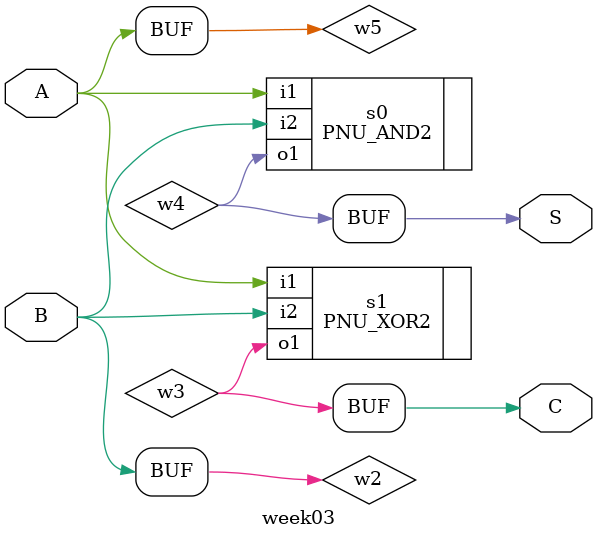
<source format=v>
module week03(A,B,S,C);

input A;
input B;
output S;
output C;

wire  w2;
wire  w3;
wire  w4;
wire  w5;

assign w5 = A;
assign w2 = B;
assign S = w4;
assign C = w3;

PNU_AND2
     s0 (
      .i2(w2),
      .o1(w4),
      .i1(w5));

PNU_XOR2
     s1 (
      .i2(w2),
      .o1(w3),
      .i1(w5));

endmodule


</source>
